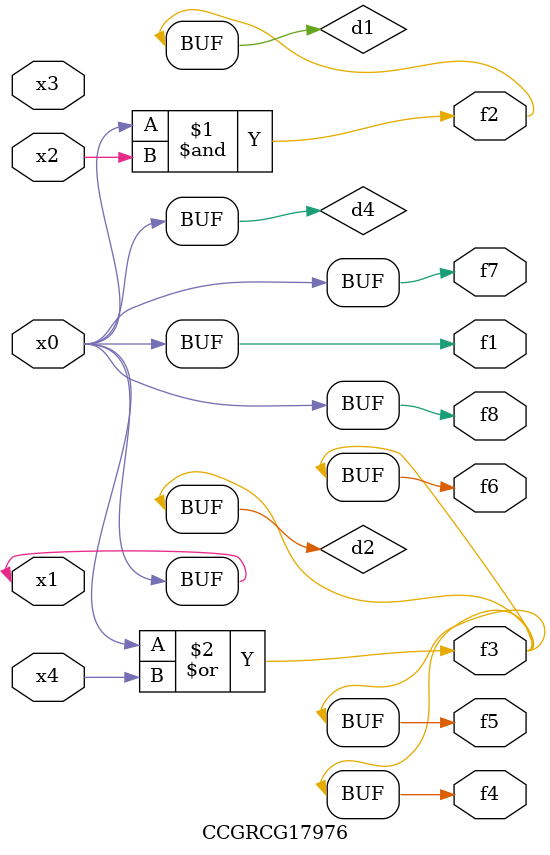
<source format=v>
module CCGRCG17976(
	input x0, x1, x2, x3, x4,
	output f1, f2, f3, f4, f5, f6, f7, f8
);

	wire d1, d2, d3, d4;

	and (d1, x0, x2);
	or (d2, x0, x4);
	nand (d3, x0, x2);
	buf (d4, x0, x1);
	assign f1 = d4;
	assign f2 = d1;
	assign f3 = d2;
	assign f4 = d2;
	assign f5 = d2;
	assign f6 = d2;
	assign f7 = d4;
	assign f8 = d4;
endmodule

</source>
